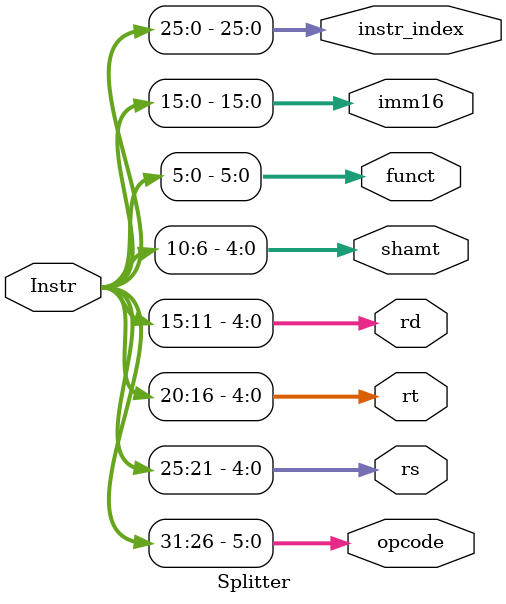
<source format=v>
`timescale 1ns / 1ps
module Splitter(
    input [31:0] Instr,
    output [5:0] opcode,
    output [4:0] rs,
    output [4:0] rt,
    output [4:0] rd,
    output [4:0] shamt,
    output [5:0] funct,
    output [15:0] imm16,
    output [25:0] instr_index
    );
    assign opcode = Instr[31:26];
    assign rs = Instr[25:21];
    assign rt = Instr[20:16];
    assign rd = Instr[15:11];
    assign shamt = Instr[10:6];
    assign funct = Instr[5:0];
    assign imm16 = Instr[15:0];
    assign instr_index = Instr[25:0];

endmodule

</source>
